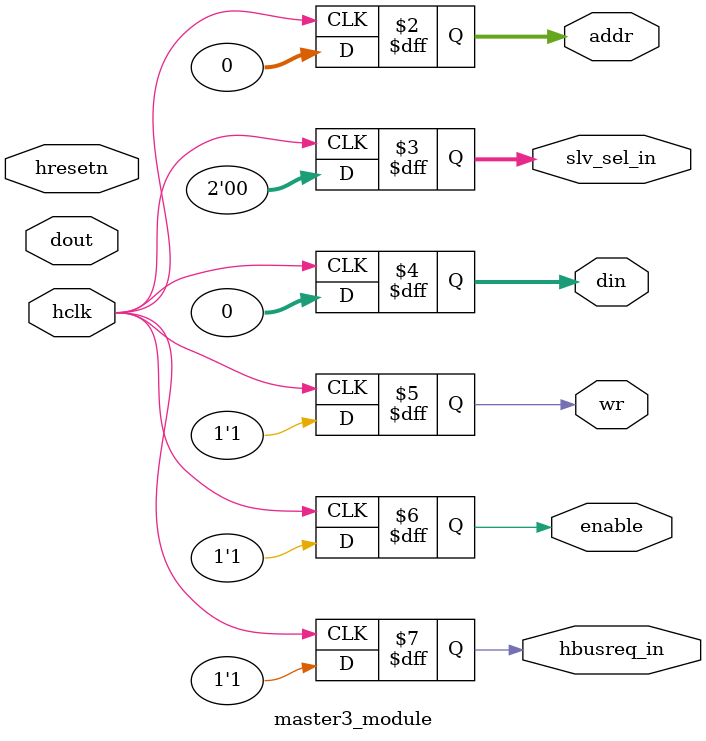
<source format=v>
`timescale 1ns / 1ps


module master3_module(
    input hclk, //master clock
    input hresetn,  //master reset, active LOW
    input [31:0] dout,  //data out of the master interface to the master

    output reg [31:0] addr, //address from the master module
    output reg [1:0] slv_sel_in, //slave identifier given to the master interface
    output reg [31:0] din,   //data to the master interface from the master
    output reg wr,   //from the master module to the master interface; high -> write transfer, low -> read transfer
    output reg enable,   //enable the master interface. This is sent from the master
    output reg hbusreq_in   //bus request from the master module
    );
    
    always@(posedge hclk) begin
        addr <= 32'b0;
        slv_sel_in <= 2'b00;
        din <= 32'b0;
        wr <= 1'b1;
        enable <= 1'b1;
        hbusreq_in <= 1'b1;
    end
endmodule

</source>
